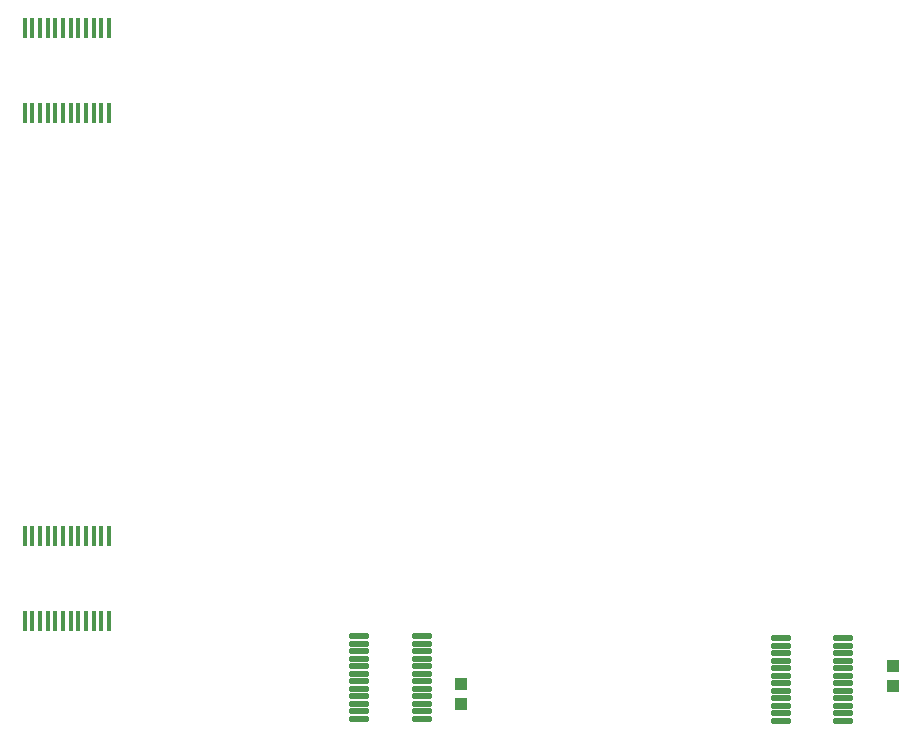
<source format=gbr>
%TF.GenerationSoftware,KiCad,Pcbnew,6.0.8-f2edbf62ab~116~ubuntu22.04.1*%
%TF.CreationDate,2022-10-25T14:40:57+01:00*%
%TF.ProjectId,fsr_array,6673725f-6172-4726-9179-2e6b69636164,3.0*%
%TF.SameCoordinates,Original*%
%TF.FileFunction,Paste,Top*%
%TF.FilePolarity,Positive*%
%FSLAX46Y46*%
G04 Gerber Fmt 4.6, Leading zero omitted, Abs format (unit mm)*
G04 Created by KiCad (PCBNEW 6.0.8-f2edbf62ab~116~ubuntu22.04.1) date 2022-10-25 14:40:57*
%MOMM*%
%LPD*%
G01*
G04 APERTURE LIST*
G04 Aperture macros list*
%AMRoundRect*
0 Rectangle with rounded corners*
0 $1 Rounding radius*
0 $2 $3 $4 $5 $6 $7 $8 $9 X,Y pos of 4 corners*
0 Add a 4 corners polygon primitive as box body*
4,1,4,$2,$3,$4,$5,$6,$7,$8,$9,$2,$3,0*
0 Add four circle primitives for the rounded corners*
1,1,$1+$1,$2,$3*
1,1,$1+$1,$4,$5*
1,1,$1+$1,$6,$7*
1,1,$1+$1,$8,$9*
0 Add four rect primitives between the rounded corners*
20,1,$1+$1,$2,$3,$4,$5,0*
20,1,$1+$1,$4,$5,$6,$7,0*
20,1,$1+$1,$6,$7,$8,$9,0*
20,1,$1+$1,$8,$9,$2,$3,0*%
G04 Aperture macros list end*
%ADD10RoundRect,0.020500X-0.799500X-0.184500X0.799500X-0.184500X0.799500X0.184500X-0.799500X0.184500X0*%
%ADD11RoundRect,0.050800X0.449200X-0.499200X0.449200X0.499200X-0.449200X0.499200X-0.449200X-0.499200X0*%
%ADD12R,0.450000X1.750000*%
G04 APERTURE END LIST*
D10*
%TO.C,ADC1*%
X140497800Y-121900300D03*
X140497800Y-122535300D03*
X140497800Y-123170300D03*
X140497800Y-123805300D03*
X140497800Y-124440300D03*
X140497800Y-125075300D03*
X140497800Y-125710300D03*
X140497800Y-126345300D03*
X140497800Y-126980300D03*
X140497800Y-127615300D03*
X140497800Y-128250300D03*
X140497800Y-128885300D03*
X145767800Y-128885300D03*
X145767800Y-128250300D03*
X145767800Y-127615300D03*
X145767800Y-126980300D03*
X145767800Y-126345300D03*
X145767800Y-125710300D03*
X145767800Y-125075300D03*
X145767800Y-124440300D03*
X145767800Y-123805300D03*
X145767800Y-123170300D03*
X145767800Y-122535300D03*
X145767800Y-121900300D03*
%TD*%
D11*
%TO.C,C2*%
X185700000Y-126150000D03*
X185700000Y-124450000D03*
%TD*%
%TO.C,C1*%
X149133900Y-127646400D03*
X149133900Y-125946400D03*
%TD*%
D10*
%TO.C,ADC2*%
X176197800Y-122100300D03*
X176197800Y-122735300D03*
X176197800Y-123370300D03*
X176197800Y-124005300D03*
X176197800Y-124640300D03*
X176197800Y-125275300D03*
X176197800Y-125910300D03*
X176197800Y-126545300D03*
X176197800Y-127180300D03*
X176197800Y-127815300D03*
X176197800Y-128450300D03*
X176197800Y-129085300D03*
X181467800Y-129085300D03*
X181467800Y-128450300D03*
X181467800Y-127815300D03*
X181467800Y-127180300D03*
X181467800Y-126545300D03*
X181467800Y-125910300D03*
X181467800Y-125275300D03*
X181467800Y-124640300D03*
X181467800Y-124005300D03*
X181467800Y-123370300D03*
X181467800Y-122735300D03*
X181467800Y-122100300D03*
%TD*%
D12*
%TO.C,MUX2*%
X112157800Y-77592800D03*
X112807800Y-77592800D03*
X113457800Y-77592800D03*
X114107800Y-77592800D03*
X114757800Y-77592800D03*
X115407800Y-77592800D03*
X116057800Y-77592800D03*
X116707800Y-77592800D03*
X117357800Y-77592800D03*
X118007800Y-77592800D03*
X118657800Y-77592800D03*
X119307800Y-77592800D03*
X119307800Y-70392800D03*
X118657800Y-70392800D03*
X118007800Y-70392800D03*
X117357800Y-70392800D03*
X116707800Y-70392800D03*
X116057800Y-70392800D03*
X115407800Y-70392800D03*
X114757800Y-70392800D03*
X114107800Y-70392800D03*
X113457800Y-70392800D03*
X112807800Y-70392800D03*
X112157800Y-70392800D03*
%TD*%
%TO.C,MUX1*%
X112157800Y-120592800D03*
X112807800Y-120592800D03*
X113457800Y-120592800D03*
X114107800Y-120592800D03*
X114757800Y-120592800D03*
X115407800Y-120592800D03*
X116057800Y-120592800D03*
X116707800Y-120592800D03*
X117357800Y-120592800D03*
X118007800Y-120592800D03*
X118657800Y-120592800D03*
X119307800Y-120592800D03*
X119307800Y-113392800D03*
X118657800Y-113392800D03*
X118007800Y-113392800D03*
X117357800Y-113392800D03*
X116707800Y-113392800D03*
X116057800Y-113392800D03*
X115407800Y-113392800D03*
X114757800Y-113392800D03*
X114107800Y-113392800D03*
X113457800Y-113392800D03*
X112807800Y-113392800D03*
X112157800Y-113392800D03*
%TD*%
M02*

</source>
